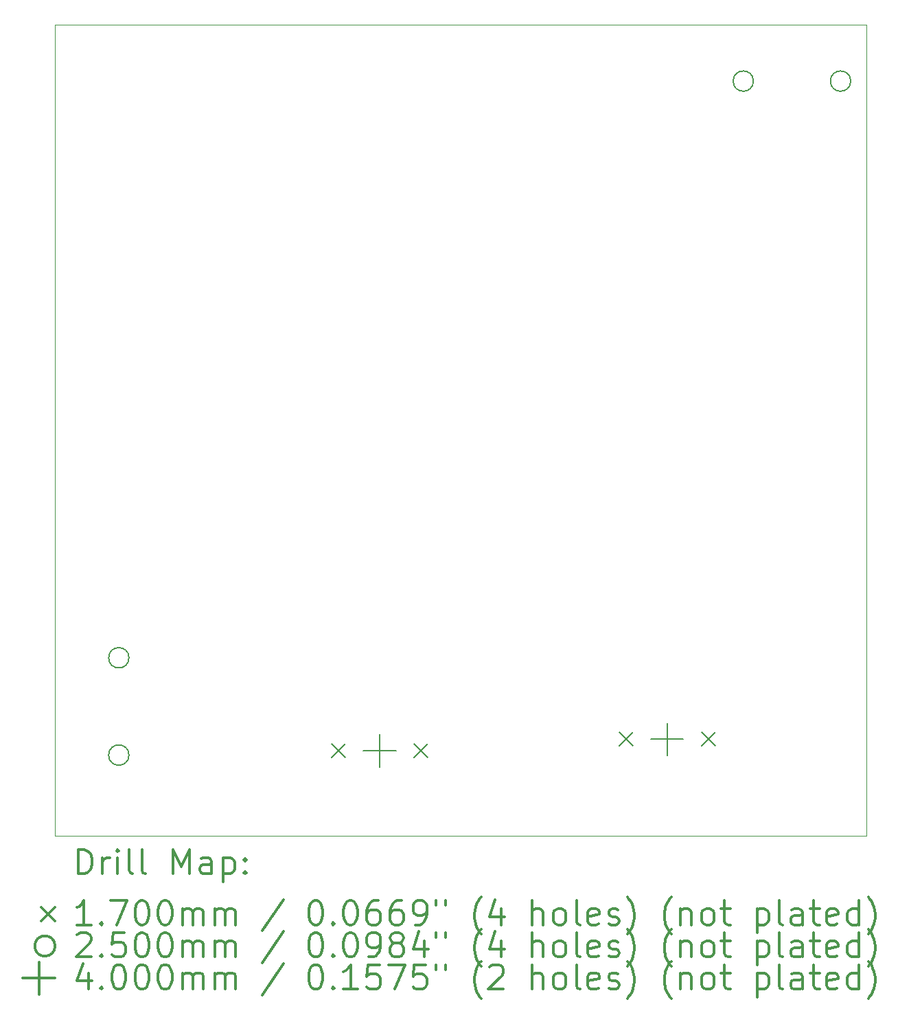
<source format=gbr>
%FSLAX45Y45*%
G04 Gerber Fmt 4.5, Leading zero omitted, Abs format (unit mm)*
G04 Created by KiCad (PCBNEW 5.1.10-1.fc34) date 2021-06-27 19:24:31*
%MOMM*%
%LPD*%
G01*
G04 APERTURE LIST*
%TA.AperFunction,Profile*%
%ADD10C,0.050000*%
%TD*%
%ADD11C,0.200000*%
%ADD12C,0.300000*%
G04 APERTURE END LIST*
D10*
X7000000Y-15500000D02*
X7000000Y-5500000D01*
X17000000Y-15500000D02*
X7000000Y-15500000D01*
X17000000Y-5500000D02*
X17000000Y-15500000D01*
X7000000Y-5500000D02*
X17000000Y-5500000D01*
D11*
X10407000Y-14365000D02*
X10577000Y-14535000D01*
X10577000Y-14365000D02*
X10407000Y-14535000D01*
X11423000Y-14365000D02*
X11593000Y-14535000D01*
X11593000Y-14365000D02*
X11423000Y-14535000D01*
X13953000Y-14223000D02*
X14123000Y-14393000D01*
X14123000Y-14223000D02*
X13953000Y-14393000D01*
X14969000Y-14223000D02*
X15139000Y-14393000D01*
X15139000Y-14223000D02*
X14969000Y-14393000D01*
X7909000Y-13305000D02*
G75*
G03*
X7909000Y-13305000I-125000J0D01*
G01*
X7909000Y-14505000D02*
G75*
G03*
X7909000Y-14505000I-125000J0D01*
G01*
X15610000Y-6196000D02*
G75*
G03*
X15610000Y-6196000I-125000J0D01*
G01*
X16810000Y-6196000D02*
G75*
G03*
X16810000Y-6196000I-125000J0D01*
G01*
X11000000Y-14250000D02*
X11000000Y-14650000D01*
X10800000Y-14450000D02*
X11200000Y-14450000D01*
X14546000Y-14108000D02*
X14546000Y-14508000D01*
X14346000Y-14308000D02*
X14746000Y-14308000D01*
D12*
X7283928Y-15968214D02*
X7283928Y-15668214D01*
X7355357Y-15668214D01*
X7398214Y-15682500D01*
X7426786Y-15711071D01*
X7441071Y-15739643D01*
X7455357Y-15796786D01*
X7455357Y-15839643D01*
X7441071Y-15896786D01*
X7426786Y-15925357D01*
X7398214Y-15953929D01*
X7355357Y-15968214D01*
X7283928Y-15968214D01*
X7583928Y-15968214D02*
X7583928Y-15768214D01*
X7583928Y-15825357D02*
X7598214Y-15796786D01*
X7612500Y-15782500D01*
X7641071Y-15768214D01*
X7669643Y-15768214D01*
X7769643Y-15968214D02*
X7769643Y-15768214D01*
X7769643Y-15668214D02*
X7755357Y-15682500D01*
X7769643Y-15696786D01*
X7783928Y-15682500D01*
X7769643Y-15668214D01*
X7769643Y-15696786D01*
X7955357Y-15968214D02*
X7926786Y-15953929D01*
X7912500Y-15925357D01*
X7912500Y-15668214D01*
X8112500Y-15968214D02*
X8083928Y-15953929D01*
X8069643Y-15925357D01*
X8069643Y-15668214D01*
X8455357Y-15968214D02*
X8455357Y-15668214D01*
X8555357Y-15882500D01*
X8655357Y-15668214D01*
X8655357Y-15968214D01*
X8926786Y-15968214D02*
X8926786Y-15811071D01*
X8912500Y-15782500D01*
X8883928Y-15768214D01*
X8826786Y-15768214D01*
X8798214Y-15782500D01*
X8926786Y-15953929D02*
X8898214Y-15968214D01*
X8826786Y-15968214D01*
X8798214Y-15953929D01*
X8783928Y-15925357D01*
X8783928Y-15896786D01*
X8798214Y-15868214D01*
X8826786Y-15853929D01*
X8898214Y-15853929D01*
X8926786Y-15839643D01*
X9069643Y-15768214D02*
X9069643Y-16068214D01*
X9069643Y-15782500D02*
X9098214Y-15768214D01*
X9155357Y-15768214D01*
X9183928Y-15782500D01*
X9198214Y-15796786D01*
X9212500Y-15825357D01*
X9212500Y-15911071D01*
X9198214Y-15939643D01*
X9183928Y-15953929D01*
X9155357Y-15968214D01*
X9098214Y-15968214D01*
X9069643Y-15953929D01*
X9341071Y-15939643D02*
X9355357Y-15953929D01*
X9341071Y-15968214D01*
X9326786Y-15953929D01*
X9341071Y-15939643D01*
X9341071Y-15968214D01*
X9341071Y-15782500D02*
X9355357Y-15796786D01*
X9341071Y-15811071D01*
X9326786Y-15796786D01*
X9341071Y-15782500D01*
X9341071Y-15811071D01*
X6827500Y-16377500D02*
X6997500Y-16547500D01*
X6997500Y-16377500D02*
X6827500Y-16547500D01*
X7441071Y-16598214D02*
X7269643Y-16598214D01*
X7355357Y-16598214D02*
X7355357Y-16298214D01*
X7326786Y-16341071D01*
X7298214Y-16369643D01*
X7269643Y-16383929D01*
X7569643Y-16569643D02*
X7583928Y-16583929D01*
X7569643Y-16598214D01*
X7555357Y-16583929D01*
X7569643Y-16569643D01*
X7569643Y-16598214D01*
X7683928Y-16298214D02*
X7883928Y-16298214D01*
X7755357Y-16598214D01*
X8055357Y-16298214D02*
X8083928Y-16298214D01*
X8112500Y-16312500D01*
X8126786Y-16326786D01*
X8141071Y-16355357D01*
X8155357Y-16412500D01*
X8155357Y-16483929D01*
X8141071Y-16541071D01*
X8126786Y-16569643D01*
X8112500Y-16583929D01*
X8083928Y-16598214D01*
X8055357Y-16598214D01*
X8026786Y-16583929D01*
X8012500Y-16569643D01*
X7998214Y-16541071D01*
X7983928Y-16483929D01*
X7983928Y-16412500D01*
X7998214Y-16355357D01*
X8012500Y-16326786D01*
X8026786Y-16312500D01*
X8055357Y-16298214D01*
X8341071Y-16298214D02*
X8369643Y-16298214D01*
X8398214Y-16312500D01*
X8412500Y-16326786D01*
X8426786Y-16355357D01*
X8441071Y-16412500D01*
X8441071Y-16483929D01*
X8426786Y-16541071D01*
X8412500Y-16569643D01*
X8398214Y-16583929D01*
X8369643Y-16598214D01*
X8341071Y-16598214D01*
X8312500Y-16583929D01*
X8298214Y-16569643D01*
X8283928Y-16541071D01*
X8269643Y-16483929D01*
X8269643Y-16412500D01*
X8283928Y-16355357D01*
X8298214Y-16326786D01*
X8312500Y-16312500D01*
X8341071Y-16298214D01*
X8569643Y-16598214D02*
X8569643Y-16398214D01*
X8569643Y-16426786D02*
X8583928Y-16412500D01*
X8612500Y-16398214D01*
X8655357Y-16398214D01*
X8683928Y-16412500D01*
X8698214Y-16441071D01*
X8698214Y-16598214D01*
X8698214Y-16441071D02*
X8712500Y-16412500D01*
X8741071Y-16398214D01*
X8783928Y-16398214D01*
X8812500Y-16412500D01*
X8826786Y-16441071D01*
X8826786Y-16598214D01*
X8969643Y-16598214D02*
X8969643Y-16398214D01*
X8969643Y-16426786D02*
X8983928Y-16412500D01*
X9012500Y-16398214D01*
X9055357Y-16398214D01*
X9083928Y-16412500D01*
X9098214Y-16441071D01*
X9098214Y-16598214D01*
X9098214Y-16441071D02*
X9112500Y-16412500D01*
X9141071Y-16398214D01*
X9183928Y-16398214D01*
X9212500Y-16412500D01*
X9226786Y-16441071D01*
X9226786Y-16598214D01*
X9812500Y-16283929D02*
X9555357Y-16669643D01*
X10198214Y-16298214D02*
X10226786Y-16298214D01*
X10255357Y-16312500D01*
X10269643Y-16326786D01*
X10283928Y-16355357D01*
X10298214Y-16412500D01*
X10298214Y-16483929D01*
X10283928Y-16541071D01*
X10269643Y-16569643D01*
X10255357Y-16583929D01*
X10226786Y-16598214D01*
X10198214Y-16598214D01*
X10169643Y-16583929D01*
X10155357Y-16569643D01*
X10141071Y-16541071D01*
X10126786Y-16483929D01*
X10126786Y-16412500D01*
X10141071Y-16355357D01*
X10155357Y-16326786D01*
X10169643Y-16312500D01*
X10198214Y-16298214D01*
X10426786Y-16569643D02*
X10441071Y-16583929D01*
X10426786Y-16598214D01*
X10412500Y-16583929D01*
X10426786Y-16569643D01*
X10426786Y-16598214D01*
X10626786Y-16298214D02*
X10655357Y-16298214D01*
X10683928Y-16312500D01*
X10698214Y-16326786D01*
X10712500Y-16355357D01*
X10726786Y-16412500D01*
X10726786Y-16483929D01*
X10712500Y-16541071D01*
X10698214Y-16569643D01*
X10683928Y-16583929D01*
X10655357Y-16598214D01*
X10626786Y-16598214D01*
X10598214Y-16583929D01*
X10583928Y-16569643D01*
X10569643Y-16541071D01*
X10555357Y-16483929D01*
X10555357Y-16412500D01*
X10569643Y-16355357D01*
X10583928Y-16326786D01*
X10598214Y-16312500D01*
X10626786Y-16298214D01*
X10983928Y-16298214D02*
X10926786Y-16298214D01*
X10898214Y-16312500D01*
X10883928Y-16326786D01*
X10855357Y-16369643D01*
X10841071Y-16426786D01*
X10841071Y-16541071D01*
X10855357Y-16569643D01*
X10869643Y-16583929D01*
X10898214Y-16598214D01*
X10955357Y-16598214D01*
X10983928Y-16583929D01*
X10998214Y-16569643D01*
X11012500Y-16541071D01*
X11012500Y-16469643D01*
X10998214Y-16441071D01*
X10983928Y-16426786D01*
X10955357Y-16412500D01*
X10898214Y-16412500D01*
X10869643Y-16426786D01*
X10855357Y-16441071D01*
X10841071Y-16469643D01*
X11269643Y-16298214D02*
X11212500Y-16298214D01*
X11183928Y-16312500D01*
X11169643Y-16326786D01*
X11141071Y-16369643D01*
X11126786Y-16426786D01*
X11126786Y-16541071D01*
X11141071Y-16569643D01*
X11155357Y-16583929D01*
X11183928Y-16598214D01*
X11241071Y-16598214D01*
X11269643Y-16583929D01*
X11283928Y-16569643D01*
X11298214Y-16541071D01*
X11298214Y-16469643D01*
X11283928Y-16441071D01*
X11269643Y-16426786D01*
X11241071Y-16412500D01*
X11183928Y-16412500D01*
X11155357Y-16426786D01*
X11141071Y-16441071D01*
X11126786Y-16469643D01*
X11441071Y-16598214D02*
X11498214Y-16598214D01*
X11526786Y-16583929D01*
X11541071Y-16569643D01*
X11569643Y-16526786D01*
X11583928Y-16469643D01*
X11583928Y-16355357D01*
X11569643Y-16326786D01*
X11555357Y-16312500D01*
X11526786Y-16298214D01*
X11469643Y-16298214D01*
X11441071Y-16312500D01*
X11426786Y-16326786D01*
X11412500Y-16355357D01*
X11412500Y-16426786D01*
X11426786Y-16455357D01*
X11441071Y-16469643D01*
X11469643Y-16483929D01*
X11526786Y-16483929D01*
X11555357Y-16469643D01*
X11569643Y-16455357D01*
X11583928Y-16426786D01*
X11698214Y-16298214D02*
X11698214Y-16355357D01*
X11812500Y-16298214D02*
X11812500Y-16355357D01*
X12255357Y-16712500D02*
X12241071Y-16698214D01*
X12212500Y-16655357D01*
X12198214Y-16626786D01*
X12183928Y-16583929D01*
X12169643Y-16512500D01*
X12169643Y-16455357D01*
X12183928Y-16383929D01*
X12198214Y-16341071D01*
X12212500Y-16312500D01*
X12241071Y-16269643D01*
X12255357Y-16255357D01*
X12498214Y-16398214D02*
X12498214Y-16598214D01*
X12426786Y-16283929D02*
X12355357Y-16498214D01*
X12541071Y-16498214D01*
X12883928Y-16598214D02*
X12883928Y-16298214D01*
X13012500Y-16598214D02*
X13012500Y-16441071D01*
X12998214Y-16412500D01*
X12969643Y-16398214D01*
X12926786Y-16398214D01*
X12898214Y-16412500D01*
X12883928Y-16426786D01*
X13198214Y-16598214D02*
X13169643Y-16583929D01*
X13155357Y-16569643D01*
X13141071Y-16541071D01*
X13141071Y-16455357D01*
X13155357Y-16426786D01*
X13169643Y-16412500D01*
X13198214Y-16398214D01*
X13241071Y-16398214D01*
X13269643Y-16412500D01*
X13283928Y-16426786D01*
X13298214Y-16455357D01*
X13298214Y-16541071D01*
X13283928Y-16569643D01*
X13269643Y-16583929D01*
X13241071Y-16598214D01*
X13198214Y-16598214D01*
X13469643Y-16598214D02*
X13441071Y-16583929D01*
X13426786Y-16555357D01*
X13426786Y-16298214D01*
X13698214Y-16583929D02*
X13669643Y-16598214D01*
X13612500Y-16598214D01*
X13583928Y-16583929D01*
X13569643Y-16555357D01*
X13569643Y-16441071D01*
X13583928Y-16412500D01*
X13612500Y-16398214D01*
X13669643Y-16398214D01*
X13698214Y-16412500D01*
X13712500Y-16441071D01*
X13712500Y-16469643D01*
X13569643Y-16498214D01*
X13826786Y-16583929D02*
X13855357Y-16598214D01*
X13912500Y-16598214D01*
X13941071Y-16583929D01*
X13955357Y-16555357D01*
X13955357Y-16541071D01*
X13941071Y-16512500D01*
X13912500Y-16498214D01*
X13869643Y-16498214D01*
X13841071Y-16483929D01*
X13826786Y-16455357D01*
X13826786Y-16441071D01*
X13841071Y-16412500D01*
X13869643Y-16398214D01*
X13912500Y-16398214D01*
X13941071Y-16412500D01*
X14055357Y-16712500D02*
X14069643Y-16698214D01*
X14098214Y-16655357D01*
X14112500Y-16626786D01*
X14126786Y-16583929D01*
X14141071Y-16512500D01*
X14141071Y-16455357D01*
X14126786Y-16383929D01*
X14112500Y-16341071D01*
X14098214Y-16312500D01*
X14069643Y-16269643D01*
X14055357Y-16255357D01*
X14598214Y-16712500D02*
X14583928Y-16698214D01*
X14555357Y-16655357D01*
X14541071Y-16626786D01*
X14526786Y-16583929D01*
X14512500Y-16512500D01*
X14512500Y-16455357D01*
X14526786Y-16383929D01*
X14541071Y-16341071D01*
X14555357Y-16312500D01*
X14583928Y-16269643D01*
X14598214Y-16255357D01*
X14712500Y-16398214D02*
X14712500Y-16598214D01*
X14712500Y-16426786D02*
X14726786Y-16412500D01*
X14755357Y-16398214D01*
X14798214Y-16398214D01*
X14826786Y-16412500D01*
X14841071Y-16441071D01*
X14841071Y-16598214D01*
X15026786Y-16598214D02*
X14998214Y-16583929D01*
X14983928Y-16569643D01*
X14969643Y-16541071D01*
X14969643Y-16455357D01*
X14983928Y-16426786D01*
X14998214Y-16412500D01*
X15026786Y-16398214D01*
X15069643Y-16398214D01*
X15098214Y-16412500D01*
X15112500Y-16426786D01*
X15126786Y-16455357D01*
X15126786Y-16541071D01*
X15112500Y-16569643D01*
X15098214Y-16583929D01*
X15069643Y-16598214D01*
X15026786Y-16598214D01*
X15212500Y-16398214D02*
X15326786Y-16398214D01*
X15255357Y-16298214D02*
X15255357Y-16555357D01*
X15269643Y-16583929D01*
X15298214Y-16598214D01*
X15326786Y-16598214D01*
X15655357Y-16398214D02*
X15655357Y-16698214D01*
X15655357Y-16412500D02*
X15683928Y-16398214D01*
X15741071Y-16398214D01*
X15769643Y-16412500D01*
X15783928Y-16426786D01*
X15798214Y-16455357D01*
X15798214Y-16541071D01*
X15783928Y-16569643D01*
X15769643Y-16583929D01*
X15741071Y-16598214D01*
X15683928Y-16598214D01*
X15655357Y-16583929D01*
X15969643Y-16598214D02*
X15941071Y-16583929D01*
X15926786Y-16555357D01*
X15926786Y-16298214D01*
X16212500Y-16598214D02*
X16212500Y-16441071D01*
X16198214Y-16412500D01*
X16169643Y-16398214D01*
X16112500Y-16398214D01*
X16083928Y-16412500D01*
X16212500Y-16583929D02*
X16183928Y-16598214D01*
X16112500Y-16598214D01*
X16083928Y-16583929D01*
X16069643Y-16555357D01*
X16069643Y-16526786D01*
X16083928Y-16498214D01*
X16112500Y-16483929D01*
X16183928Y-16483929D01*
X16212500Y-16469643D01*
X16312500Y-16398214D02*
X16426786Y-16398214D01*
X16355357Y-16298214D02*
X16355357Y-16555357D01*
X16369643Y-16583929D01*
X16398214Y-16598214D01*
X16426786Y-16598214D01*
X16641071Y-16583929D02*
X16612500Y-16598214D01*
X16555357Y-16598214D01*
X16526786Y-16583929D01*
X16512500Y-16555357D01*
X16512500Y-16441071D01*
X16526786Y-16412500D01*
X16555357Y-16398214D01*
X16612500Y-16398214D01*
X16641071Y-16412500D01*
X16655357Y-16441071D01*
X16655357Y-16469643D01*
X16512500Y-16498214D01*
X16912500Y-16598214D02*
X16912500Y-16298214D01*
X16912500Y-16583929D02*
X16883928Y-16598214D01*
X16826786Y-16598214D01*
X16798214Y-16583929D01*
X16783928Y-16569643D01*
X16769643Y-16541071D01*
X16769643Y-16455357D01*
X16783928Y-16426786D01*
X16798214Y-16412500D01*
X16826786Y-16398214D01*
X16883928Y-16398214D01*
X16912500Y-16412500D01*
X17026786Y-16712500D02*
X17041071Y-16698214D01*
X17069643Y-16655357D01*
X17083928Y-16626786D01*
X17098214Y-16583929D01*
X17112500Y-16512500D01*
X17112500Y-16455357D01*
X17098214Y-16383929D01*
X17083928Y-16341071D01*
X17069643Y-16312500D01*
X17041071Y-16269643D01*
X17026786Y-16255357D01*
X6997500Y-16858500D02*
G75*
G03*
X6997500Y-16858500I-125000J0D01*
G01*
X7269643Y-16722786D02*
X7283928Y-16708500D01*
X7312500Y-16694214D01*
X7383928Y-16694214D01*
X7412500Y-16708500D01*
X7426786Y-16722786D01*
X7441071Y-16751357D01*
X7441071Y-16779929D01*
X7426786Y-16822786D01*
X7255357Y-16994214D01*
X7441071Y-16994214D01*
X7569643Y-16965643D02*
X7583928Y-16979929D01*
X7569643Y-16994214D01*
X7555357Y-16979929D01*
X7569643Y-16965643D01*
X7569643Y-16994214D01*
X7855357Y-16694214D02*
X7712500Y-16694214D01*
X7698214Y-16837072D01*
X7712500Y-16822786D01*
X7741071Y-16808500D01*
X7812500Y-16808500D01*
X7841071Y-16822786D01*
X7855357Y-16837072D01*
X7869643Y-16865643D01*
X7869643Y-16937072D01*
X7855357Y-16965643D01*
X7841071Y-16979929D01*
X7812500Y-16994214D01*
X7741071Y-16994214D01*
X7712500Y-16979929D01*
X7698214Y-16965643D01*
X8055357Y-16694214D02*
X8083928Y-16694214D01*
X8112500Y-16708500D01*
X8126786Y-16722786D01*
X8141071Y-16751357D01*
X8155357Y-16808500D01*
X8155357Y-16879929D01*
X8141071Y-16937072D01*
X8126786Y-16965643D01*
X8112500Y-16979929D01*
X8083928Y-16994214D01*
X8055357Y-16994214D01*
X8026786Y-16979929D01*
X8012500Y-16965643D01*
X7998214Y-16937072D01*
X7983928Y-16879929D01*
X7983928Y-16808500D01*
X7998214Y-16751357D01*
X8012500Y-16722786D01*
X8026786Y-16708500D01*
X8055357Y-16694214D01*
X8341071Y-16694214D02*
X8369643Y-16694214D01*
X8398214Y-16708500D01*
X8412500Y-16722786D01*
X8426786Y-16751357D01*
X8441071Y-16808500D01*
X8441071Y-16879929D01*
X8426786Y-16937072D01*
X8412500Y-16965643D01*
X8398214Y-16979929D01*
X8369643Y-16994214D01*
X8341071Y-16994214D01*
X8312500Y-16979929D01*
X8298214Y-16965643D01*
X8283928Y-16937072D01*
X8269643Y-16879929D01*
X8269643Y-16808500D01*
X8283928Y-16751357D01*
X8298214Y-16722786D01*
X8312500Y-16708500D01*
X8341071Y-16694214D01*
X8569643Y-16994214D02*
X8569643Y-16794214D01*
X8569643Y-16822786D02*
X8583928Y-16808500D01*
X8612500Y-16794214D01*
X8655357Y-16794214D01*
X8683928Y-16808500D01*
X8698214Y-16837072D01*
X8698214Y-16994214D01*
X8698214Y-16837072D02*
X8712500Y-16808500D01*
X8741071Y-16794214D01*
X8783928Y-16794214D01*
X8812500Y-16808500D01*
X8826786Y-16837072D01*
X8826786Y-16994214D01*
X8969643Y-16994214D02*
X8969643Y-16794214D01*
X8969643Y-16822786D02*
X8983928Y-16808500D01*
X9012500Y-16794214D01*
X9055357Y-16794214D01*
X9083928Y-16808500D01*
X9098214Y-16837072D01*
X9098214Y-16994214D01*
X9098214Y-16837072D02*
X9112500Y-16808500D01*
X9141071Y-16794214D01*
X9183928Y-16794214D01*
X9212500Y-16808500D01*
X9226786Y-16837072D01*
X9226786Y-16994214D01*
X9812500Y-16679929D02*
X9555357Y-17065643D01*
X10198214Y-16694214D02*
X10226786Y-16694214D01*
X10255357Y-16708500D01*
X10269643Y-16722786D01*
X10283928Y-16751357D01*
X10298214Y-16808500D01*
X10298214Y-16879929D01*
X10283928Y-16937072D01*
X10269643Y-16965643D01*
X10255357Y-16979929D01*
X10226786Y-16994214D01*
X10198214Y-16994214D01*
X10169643Y-16979929D01*
X10155357Y-16965643D01*
X10141071Y-16937072D01*
X10126786Y-16879929D01*
X10126786Y-16808500D01*
X10141071Y-16751357D01*
X10155357Y-16722786D01*
X10169643Y-16708500D01*
X10198214Y-16694214D01*
X10426786Y-16965643D02*
X10441071Y-16979929D01*
X10426786Y-16994214D01*
X10412500Y-16979929D01*
X10426786Y-16965643D01*
X10426786Y-16994214D01*
X10626786Y-16694214D02*
X10655357Y-16694214D01*
X10683928Y-16708500D01*
X10698214Y-16722786D01*
X10712500Y-16751357D01*
X10726786Y-16808500D01*
X10726786Y-16879929D01*
X10712500Y-16937072D01*
X10698214Y-16965643D01*
X10683928Y-16979929D01*
X10655357Y-16994214D01*
X10626786Y-16994214D01*
X10598214Y-16979929D01*
X10583928Y-16965643D01*
X10569643Y-16937072D01*
X10555357Y-16879929D01*
X10555357Y-16808500D01*
X10569643Y-16751357D01*
X10583928Y-16722786D01*
X10598214Y-16708500D01*
X10626786Y-16694214D01*
X10869643Y-16994214D02*
X10926786Y-16994214D01*
X10955357Y-16979929D01*
X10969643Y-16965643D01*
X10998214Y-16922786D01*
X11012500Y-16865643D01*
X11012500Y-16751357D01*
X10998214Y-16722786D01*
X10983928Y-16708500D01*
X10955357Y-16694214D01*
X10898214Y-16694214D01*
X10869643Y-16708500D01*
X10855357Y-16722786D01*
X10841071Y-16751357D01*
X10841071Y-16822786D01*
X10855357Y-16851357D01*
X10869643Y-16865643D01*
X10898214Y-16879929D01*
X10955357Y-16879929D01*
X10983928Y-16865643D01*
X10998214Y-16851357D01*
X11012500Y-16822786D01*
X11183928Y-16822786D02*
X11155357Y-16808500D01*
X11141071Y-16794214D01*
X11126786Y-16765643D01*
X11126786Y-16751357D01*
X11141071Y-16722786D01*
X11155357Y-16708500D01*
X11183928Y-16694214D01*
X11241071Y-16694214D01*
X11269643Y-16708500D01*
X11283928Y-16722786D01*
X11298214Y-16751357D01*
X11298214Y-16765643D01*
X11283928Y-16794214D01*
X11269643Y-16808500D01*
X11241071Y-16822786D01*
X11183928Y-16822786D01*
X11155357Y-16837072D01*
X11141071Y-16851357D01*
X11126786Y-16879929D01*
X11126786Y-16937072D01*
X11141071Y-16965643D01*
X11155357Y-16979929D01*
X11183928Y-16994214D01*
X11241071Y-16994214D01*
X11269643Y-16979929D01*
X11283928Y-16965643D01*
X11298214Y-16937072D01*
X11298214Y-16879929D01*
X11283928Y-16851357D01*
X11269643Y-16837072D01*
X11241071Y-16822786D01*
X11555357Y-16794214D02*
X11555357Y-16994214D01*
X11483928Y-16679929D02*
X11412500Y-16894214D01*
X11598214Y-16894214D01*
X11698214Y-16694214D02*
X11698214Y-16751357D01*
X11812500Y-16694214D02*
X11812500Y-16751357D01*
X12255357Y-17108500D02*
X12241071Y-17094214D01*
X12212500Y-17051357D01*
X12198214Y-17022786D01*
X12183928Y-16979929D01*
X12169643Y-16908500D01*
X12169643Y-16851357D01*
X12183928Y-16779929D01*
X12198214Y-16737071D01*
X12212500Y-16708500D01*
X12241071Y-16665643D01*
X12255357Y-16651357D01*
X12498214Y-16794214D02*
X12498214Y-16994214D01*
X12426786Y-16679929D02*
X12355357Y-16894214D01*
X12541071Y-16894214D01*
X12883928Y-16994214D02*
X12883928Y-16694214D01*
X13012500Y-16994214D02*
X13012500Y-16837072D01*
X12998214Y-16808500D01*
X12969643Y-16794214D01*
X12926786Y-16794214D01*
X12898214Y-16808500D01*
X12883928Y-16822786D01*
X13198214Y-16994214D02*
X13169643Y-16979929D01*
X13155357Y-16965643D01*
X13141071Y-16937072D01*
X13141071Y-16851357D01*
X13155357Y-16822786D01*
X13169643Y-16808500D01*
X13198214Y-16794214D01*
X13241071Y-16794214D01*
X13269643Y-16808500D01*
X13283928Y-16822786D01*
X13298214Y-16851357D01*
X13298214Y-16937072D01*
X13283928Y-16965643D01*
X13269643Y-16979929D01*
X13241071Y-16994214D01*
X13198214Y-16994214D01*
X13469643Y-16994214D02*
X13441071Y-16979929D01*
X13426786Y-16951357D01*
X13426786Y-16694214D01*
X13698214Y-16979929D02*
X13669643Y-16994214D01*
X13612500Y-16994214D01*
X13583928Y-16979929D01*
X13569643Y-16951357D01*
X13569643Y-16837072D01*
X13583928Y-16808500D01*
X13612500Y-16794214D01*
X13669643Y-16794214D01*
X13698214Y-16808500D01*
X13712500Y-16837072D01*
X13712500Y-16865643D01*
X13569643Y-16894214D01*
X13826786Y-16979929D02*
X13855357Y-16994214D01*
X13912500Y-16994214D01*
X13941071Y-16979929D01*
X13955357Y-16951357D01*
X13955357Y-16937072D01*
X13941071Y-16908500D01*
X13912500Y-16894214D01*
X13869643Y-16894214D01*
X13841071Y-16879929D01*
X13826786Y-16851357D01*
X13826786Y-16837072D01*
X13841071Y-16808500D01*
X13869643Y-16794214D01*
X13912500Y-16794214D01*
X13941071Y-16808500D01*
X14055357Y-17108500D02*
X14069643Y-17094214D01*
X14098214Y-17051357D01*
X14112500Y-17022786D01*
X14126786Y-16979929D01*
X14141071Y-16908500D01*
X14141071Y-16851357D01*
X14126786Y-16779929D01*
X14112500Y-16737071D01*
X14098214Y-16708500D01*
X14069643Y-16665643D01*
X14055357Y-16651357D01*
X14598214Y-17108500D02*
X14583928Y-17094214D01*
X14555357Y-17051357D01*
X14541071Y-17022786D01*
X14526786Y-16979929D01*
X14512500Y-16908500D01*
X14512500Y-16851357D01*
X14526786Y-16779929D01*
X14541071Y-16737071D01*
X14555357Y-16708500D01*
X14583928Y-16665643D01*
X14598214Y-16651357D01*
X14712500Y-16794214D02*
X14712500Y-16994214D01*
X14712500Y-16822786D02*
X14726786Y-16808500D01*
X14755357Y-16794214D01*
X14798214Y-16794214D01*
X14826786Y-16808500D01*
X14841071Y-16837072D01*
X14841071Y-16994214D01*
X15026786Y-16994214D02*
X14998214Y-16979929D01*
X14983928Y-16965643D01*
X14969643Y-16937072D01*
X14969643Y-16851357D01*
X14983928Y-16822786D01*
X14998214Y-16808500D01*
X15026786Y-16794214D01*
X15069643Y-16794214D01*
X15098214Y-16808500D01*
X15112500Y-16822786D01*
X15126786Y-16851357D01*
X15126786Y-16937072D01*
X15112500Y-16965643D01*
X15098214Y-16979929D01*
X15069643Y-16994214D01*
X15026786Y-16994214D01*
X15212500Y-16794214D02*
X15326786Y-16794214D01*
X15255357Y-16694214D02*
X15255357Y-16951357D01*
X15269643Y-16979929D01*
X15298214Y-16994214D01*
X15326786Y-16994214D01*
X15655357Y-16794214D02*
X15655357Y-17094214D01*
X15655357Y-16808500D02*
X15683928Y-16794214D01*
X15741071Y-16794214D01*
X15769643Y-16808500D01*
X15783928Y-16822786D01*
X15798214Y-16851357D01*
X15798214Y-16937072D01*
X15783928Y-16965643D01*
X15769643Y-16979929D01*
X15741071Y-16994214D01*
X15683928Y-16994214D01*
X15655357Y-16979929D01*
X15969643Y-16994214D02*
X15941071Y-16979929D01*
X15926786Y-16951357D01*
X15926786Y-16694214D01*
X16212500Y-16994214D02*
X16212500Y-16837072D01*
X16198214Y-16808500D01*
X16169643Y-16794214D01*
X16112500Y-16794214D01*
X16083928Y-16808500D01*
X16212500Y-16979929D02*
X16183928Y-16994214D01*
X16112500Y-16994214D01*
X16083928Y-16979929D01*
X16069643Y-16951357D01*
X16069643Y-16922786D01*
X16083928Y-16894214D01*
X16112500Y-16879929D01*
X16183928Y-16879929D01*
X16212500Y-16865643D01*
X16312500Y-16794214D02*
X16426786Y-16794214D01*
X16355357Y-16694214D02*
X16355357Y-16951357D01*
X16369643Y-16979929D01*
X16398214Y-16994214D01*
X16426786Y-16994214D01*
X16641071Y-16979929D02*
X16612500Y-16994214D01*
X16555357Y-16994214D01*
X16526786Y-16979929D01*
X16512500Y-16951357D01*
X16512500Y-16837072D01*
X16526786Y-16808500D01*
X16555357Y-16794214D01*
X16612500Y-16794214D01*
X16641071Y-16808500D01*
X16655357Y-16837072D01*
X16655357Y-16865643D01*
X16512500Y-16894214D01*
X16912500Y-16994214D02*
X16912500Y-16694214D01*
X16912500Y-16979929D02*
X16883928Y-16994214D01*
X16826786Y-16994214D01*
X16798214Y-16979929D01*
X16783928Y-16965643D01*
X16769643Y-16937072D01*
X16769643Y-16851357D01*
X16783928Y-16822786D01*
X16798214Y-16808500D01*
X16826786Y-16794214D01*
X16883928Y-16794214D01*
X16912500Y-16808500D01*
X17026786Y-17108500D02*
X17041071Y-17094214D01*
X17069643Y-17051357D01*
X17083928Y-17022786D01*
X17098214Y-16979929D01*
X17112500Y-16908500D01*
X17112500Y-16851357D01*
X17098214Y-16779929D01*
X17083928Y-16737071D01*
X17069643Y-16708500D01*
X17041071Y-16665643D01*
X17026786Y-16651357D01*
X6797500Y-17054500D02*
X6797500Y-17454500D01*
X6597500Y-17254500D02*
X6997500Y-17254500D01*
X7412500Y-17190214D02*
X7412500Y-17390214D01*
X7341071Y-17075929D02*
X7269643Y-17290214D01*
X7455357Y-17290214D01*
X7569643Y-17361643D02*
X7583928Y-17375929D01*
X7569643Y-17390214D01*
X7555357Y-17375929D01*
X7569643Y-17361643D01*
X7569643Y-17390214D01*
X7769643Y-17090214D02*
X7798214Y-17090214D01*
X7826786Y-17104500D01*
X7841071Y-17118786D01*
X7855357Y-17147357D01*
X7869643Y-17204500D01*
X7869643Y-17275929D01*
X7855357Y-17333072D01*
X7841071Y-17361643D01*
X7826786Y-17375929D01*
X7798214Y-17390214D01*
X7769643Y-17390214D01*
X7741071Y-17375929D01*
X7726786Y-17361643D01*
X7712500Y-17333072D01*
X7698214Y-17275929D01*
X7698214Y-17204500D01*
X7712500Y-17147357D01*
X7726786Y-17118786D01*
X7741071Y-17104500D01*
X7769643Y-17090214D01*
X8055357Y-17090214D02*
X8083928Y-17090214D01*
X8112500Y-17104500D01*
X8126786Y-17118786D01*
X8141071Y-17147357D01*
X8155357Y-17204500D01*
X8155357Y-17275929D01*
X8141071Y-17333072D01*
X8126786Y-17361643D01*
X8112500Y-17375929D01*
X8083928Y-17390214D01*
X8055357Y-17390214D01*
X8026786Y-17375929D01*
X8012500Y-17361643D01*
X7998214Y-17333072D01*
X7983928Y-17275929D01*
X7983928Y-17204500D01*
X7998214Y-17147357D01*
X8012500Y-17118786D01*
X8026786Y-17104500D01*
X8055357Y-17090214D01*
X8341071Y-17090214D02*
X8369643Y-17090214D01*
X8398214Y-17104500D01*
X8412500Y-17118786D01*
X8426786Y-17147357D01*
X8441071Y-17204500D01*
X8441071Y-17275929D01*
X8426786Y-17333072D01*
X8412500Y-17361643D01*
X8398214Y-17375929D01*
X8369643Y-17390214D01*
X8341071Y-17390214D01*
X8312500Y-17375929D01*
X8298214Y-17361643D01*
X8283928Y-17333072D01*
X8269643Y-17275929D01*
X8269643Y-17204500D01*
X8283928Y-17147357D01*
X8298214Y-17118786D01*
X8312500Y-17104500D01*
X8341071Y-17090214D01*
X8569643Y-17390214D02*
X8569643Y-17190214D01*
X8569643Y-17218786D02*
X8583928Y-17204500D01*
X8612500Y-17190214D01*
X8655357Y-17190214D01*
X8683928Y-17204500D01*
X8698214Y-17233072D01*
X8698214Y-17390214D01*
X8698214Y-17233072D02*
X8712500Y-17204500D01*
X8741071Y-17190214D01*
X8783928Y-17190214D01*
X8812500Y-17204500D01*
X8826786Y-17233072D01*
X8826786Y-17390214D01*
X8969643Y-17390214D02*
X8969643Y-17190214D01*
X8969643Y-17218786D02*
X8983928Y-17204500D01*
X9012500Y-17190214D01*
X9055357Y-17190214D01*
X9083928Y-17204500D01*
X9098214Y-17233072D01*
X9098214Y-17390214D01*
X9098214Y-17233072D02*
X9112500Y-17204500D01*
X9141071Y-17190214D01*
X9183928Y-17190214D01*
X9212500Y-17204500D01*
X9226786Y-17233072D01*
X9226786Y-17390214D01*
X9812500Y-17075929D02*
X9555357Y-17461643D01*
X10198214Y-17090214D02*
X10226786Y-17090214D01*
X10255357Y-17104500D01*
X10269643Y-17118786D01*
X10283928Y-17147357D01*
X10298214Y-17204500D01*
X10298214Y-17275929D01*
X10283928Y-17333072D01*
X10269643Y-17361643D01*
X10255357Y-17375929D01*
X10226786Y-17390214D01*
X10198214Y-17390214D01*
X10169643Y-17375929D01*
X10155357Y-17361643D01*
X10141071Y-17333072D01*
X10126786Y-17275929D01*
X10126786Y-17204500D01*
X10141071Y-17147357D01*
X10155357Y-17118786D01*
X10169643Y-17104500D01*
X10198214Y-17090214D01*
X10426786Y-17361643D02*
X10441071Y-17375929D01*
X10426786Y-17390214D01*
X10412500Y-17375929D01*
X10426786Y-17361643D01*
X10426786Y-17390214D01*
X10726786Y-17390214D02*
X10555357Y-17390214D01*
X10641071Y-17390214D02*
X10641071Y-17090214D01*
X10612500Y-17133072D01*
X10583928Y-17161643D01*
X10555357Y-17175929D01*
X10998214Y-17090214D02*
X10855357Y-17090214D01*
X10841071Y-17233072D01*
X10855357Y-17218786D01*
X10883928Y-17204500D01*
X10955357Y-17204500D01*
X10983928Y-17218786D01*
X10998214Y-17233072D01*
X11012500Y-17261643D01*
X11012500Y-17333072D01*
X10998214Y-17361643D01*
X10983928Y-17375929D01*
X10955357Y-17390214D01*
X10883928Y-17390214D01*
X10855357Y-17375929D01*
X10841071Y-17361643D01*
X11112500Y-17090214D02*
X11312500Y-17090214D01*
X11183928Y-17390214D01*
X11569643Y-17090214D02*
X11426786Y-17090214D01*
X11412500Y-17233072D01*
X11426786Y-17218786D01*
X11455357Y-17204500D01*
X11526786Y-17204500D01*
X11555357Y-17218786D01*
X11569643Y-17233072D01*
X11583928Y-17261643D01*
X11583928Y-17333072D01*
X11569643Y-17361643D01*
X11555357Y-17375929D01*
X11526786Y-17390214D01*
X11455357Y-17390214D01*
X11426786Y-17375929D01*
X11412500Y-17361643D01*
X11698214Y-17090214D02*
X11698214Y-17147357D01*
X11812500Y-17090214D02*
X11812500Y-17147357D01*
X12255357Y-17504500D02*
X12241071Y-17490214D01*
X12212500Y-17447357D01*
X12198214Y-17418786D01*
X12183928Y-17375929D01*
X12169643Y-17304500D01*
X12169643Y-17247357D01*
X12183928Y-17175929D01*
X12198214Y-17133072D01*
X12212500Y-17104500D01*
X12241071Y-17061643D01*
X12255357Y-17047357D01*
X12355357Y-17118786D02*
X12369643Y-17104500D01*
X12398214Y-17090214D01*
X12469643Y-17090214D01*
X12498214Y-17104500D01*
X12512500Y-17118786D01*
X12526786Y-17147357D01*
X12526786Y-17175929D01*
X12512500Y-17218786D01*
X12341071Y-17390214D01*
X12526786Y-17390214D01*
X12883928Y-17390214D02*
X12883928Y-17090214D01*
X13012500Y-17390214D02*
X13012500Y-17233072D01*
X12998214Y-17204500D01*
X12969643Y-17190214D01*
X12926786Y-17190214D01*
X12898214Y-17204500D01*
X12883928Y-17218786D01*
X13198214Y-17390214D02*
X13169643Y-17375929D01*
X13155357Y-17361643D01*
X13141071Y-17333072D01*
X13141071Y-17247357D01*
X13155357Y-17218786D01*
X13169643Y-17204500D01*
X13198214Y-17190214D01*
X13241071Y-17190214D01*
X13269643Y-17204500D01*
X13283928Y-17218786D01*
X13298214Y-17247357D01*
X13298214Y-17333072D01*
X13283928Y-17361643D01*
X13269643Y-17375929D01*
X13241071Y-17390214D01*
X13198214Y-17390214D01*
X13469643Y-17390214D02*
X13441071Y-17375929D01*
X13426786Y-17347357D01*
X13426786Y-17090214D01*
X13698214Y-17375929D02*
X13669643Y-17390214D01*
X13612500Y-17390214D01*
X13583928Y-17375929D01*
X13569643Y-17347357D01*
X13569643Y-17233072D01*
X13583928Y-17204500D01*
X13612500Y-17190214D01*
X13669643Y-17190214D01*
X13698214Y-17204500D01*
X13712500Y-17233072D01*
X13712500Y-17261643D01*
X13569643Y-17290214D01*
X13826786Y-17375929D02*
X13855357Y-17390214D01*
X13912500Y-17390214D01*
X13941071Y-17375929D01*
X13955357Y-17347357D01*
X13955357Y-17333072D01*
X13941071Y-17304500D01*
X13912500Y-17290214D01*
X13869643Y-17290214D01*
X13841071Y-17275929D01*
X13826786Y-17247357D01*
X13826786Y-17233072D01*
X13841071Y-17204500D01*
X13869643Y-17190214D01*
X13912500Y-17190214D01*
X13941071Y-17204500D01*
X14055357Y-17504500D02*
X14069643Y-17490214D01*
X14098214Y-17447357D01*
X14112500Y-17418786D01*
X14126786Y-17375929D01*
X14141071Y-17304500D01*
X14141071Y-17247357D01*
X14126786Y-17175929D01*
X14112500Y-17133072D01*
X14098214Y-17104500D01*
X14069643Y-17061643D01*
X14055357Y-17047357D01*
X14598214Y-17504500D02*
X14583928Y-17490214D01*
X14555357Y-17447357D01*
X14541071Y-17418786D01*
X14526786Y-17375929D01*
X14512500Y-17304500D01*
X14512500Y-17247357D01*
X14526786Y-17175929D01*
X14541071Y-17133072D01*
X14555357Y-17104500D01*
X14583928Y-17061643D01*
X14598214Y-17047357D01*
X14712500Y-17190214D02*
X14712500Y-17390214D01*
X14712500Y-17218786D02*
X14726786Y-17204500D01*
X14755357Y-17190214D01*
X14798214Y-17190214D01*
X14826786Y-17204500D01*
X14841071Y-17233072D01*
X14841071Y-17390214D01*
X15026786Y-17390214D02*
X14998214Y-17375929D01*
X14983928Y-17361643D01*
X14969643Y-17333072D01*
X14969643Y-17247357D01*
X14983928Y-17218786D01*
X14998214Y-17204500D01*
X15026786Y-17190214D01*
X15069643Y-17190214D01*
X15098214Y-17204500D01*
X15112500Y-17218786D01*
X15126786Y-17247357D01*
X15126786Y-17333072D01*
X15112500Y-17361643D01*
X15098214Y-17375929D01*
X15069643Y-17390214D01*
X15026786Y-17390214D01*
X15212500Y-17190214D02*
X15326786Y-17190214D01*
X15255357Y-17090214D02*
X15255357Y-17347357D01*
X15269643Y-17375929D01*
X15298214Y-17390214D01*
X15326786Y-17390214D01*
X15655357Y-17190214D02*
X15655357Y-17490214D01*
X15655357Y-17204500D02*
X15683928Y-17190214D01*
X15741071Y-17190214D01*
X15769643Y-17204500D01*
X15783928Y-17218786D01*
X15798214Y-17247357D01*
X15798214Y-17333072D01*
X15783928Y-17361643D01*
X15769643Y-17375929D01*
X15741071Y-17390214D01*
X15683928Y-17390214D01*
X15655357Y-17375929D01*
X15969643Y-17390214D02*
X15941071Y-17375929D01*
X15926786Y-17347357D01*
X15926786Y-17090214D01*
X16212500Y-17390214D02*
X16212500Y-17233072D01*
X16198214Y-17204500D01*
X16169643Y-17190214D01*
X16112500Y-17190214D01*
X16083928Y-17204500D01*
X16212500Y-17375929D02*
X16183928Y-17390214D01*
X16112500Y-17390214D01*
X16083928Y-17375929D01*
X16069643Y-17347357D01*
X16069643Y-17318786D01*
X16083928Y-17290214D01*
X16112500Y-17275929D01*
X16183928Y-17275929D01*
X16212500Y-17261643D01*
X16312500Y-17190214D02*
X16426786Y-17190214D01*
X16355357Y-17090214D02*
X16355357Y-17347357D01*
X16369643Y-17375929D01*
X16398214Y-17390214D01*
X16426786Y-17390214D01*
X16641071Y-17375929D02*
X16612500Y-17390214D01*
X16555357Y-17390214D01*
X16526786Y-17375929D01*
X16512500Y-17347357D01*
X16512500Y-17233072D01*
X16526786Y-17204500D01*
X16555357Y-17190214D01*
X16612500Y-17190214D01*
X16641071Y-17204500D01*
X16655357Y-17233072D01*
X16655357Y-17261643D01*
X16512500Y-17290214D01*
X16912500Y-17390214D02*
X16912500Y-17090214D01*
X16912500Y-17375929D02*
X16883928Y-17390214D01*
X16826786Y-17390214D01*
X16798214Y-17375929D01*
X16783928Y-17361643D01*
X16769643Y-17333072D01*
X16769643Y-17247357D01*
X16783928Y-17218786D01*
X16798214Y-17204500D01*
X16826786Y-17190214D01*
X16883928Y-17190214D01*
X16912500Y-17204500D01*
X17026786Y-17504500D02*
X17041071Y-17490214D01*
X17069643Y-17447357D01*
X17083928Y-17418786D01*
X17098214Y-17375929D01*
X17112500Y-17304500D01*
X17112500Y-17247357D01*
X17098214Y-17175929D01*
X17083928Y-17133072D01*
X17069643Y-17104500D01*
X17041071Y-17061643D01*
X17026786Y-17047357D01*
M02*

</source>
